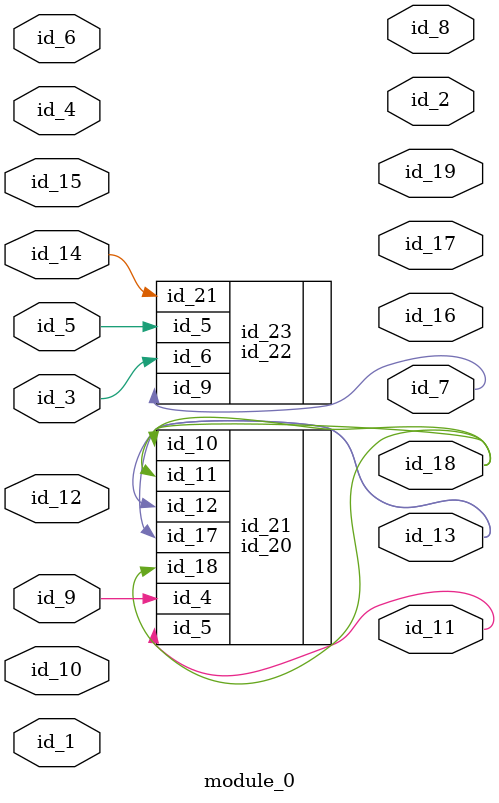
<source format=v>
module module_0 (
    id_1,
    id_2,
    id_3,
    id_4,
    id_5,
    id_6,
    id_7,
    id_8,
    id_9,
    id_10,
    id_11,
    id_12,
    id_13,
    id_14,
    id_15,
    id_16,
    id_17,
    id_18,
    id_19
);
  output id_19;
  output id_18;
  output id_17;
  output id_16;
  input id_15;
  input id_14;
  output id_13;
  input id_12;
  output id_11;
  input id_10;
  input id_9;
  output id_8;
  output id_7;
  input id_6;
  input id_5;
  input id_4;
  input id_3;
  output id_2;
  input id_1;
  id_20 id_21 (
      .id_4 (id_9),
      .id_12(id_13),
      .id_11(id_18),
      .id_10(id_18),
      .id_17(id_13),
      .id_5 (id_11),
      .id_18(id_18)
  );
  id_22 id_23 (
      .id_9 (id_4[id_12]),
      .id_21(id_14),
      .id_5 (id_5),
      .id_6 (id_3),
      .id_9 (id_7)
  );
endmodule

</source>
